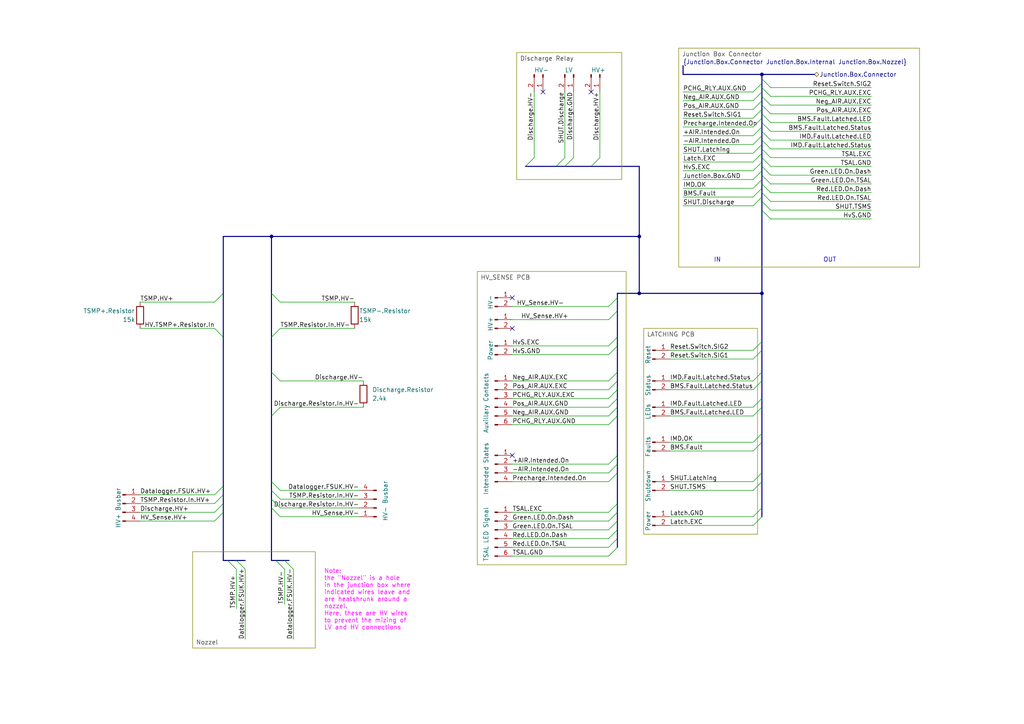
<source format=kicad_sch>
(kicad_sch (version 20230121) (generator eeschema)
  (paper "A4")
  (lib_symbols
    (symbol "Connector:Conn_01x02_Pin" (pin_names (offset 1.016) hide)
      (property "Reference" "J" (at 0 2.54 0))
      (property "Value" "Conn_01x02_Pin" (at 0 -5.08 0))
      (symbol "Conn_01x02_Pin_1_1"
        (polyline (pts (xy 1.27 -2.54) (xy 0.8636 -2.54)) (stroke (width 0.1524)))
        (polyline (pts (xy 1.27 0) (xy 0.8636 0)) (stroke (width 0.1524)))
        (rectangle (start 0.8636 -2.413) (end 0 -2.667) (stroke (width 0.1524)) (fill (type outline)))
        (rectangle (start 0.8636 0.127) (end 0 -0.127) (stroke (width 0.1524)) (fill (type outline)))
        (pin passive line (at 5.08 0 180) (length 3.81) (name "Pin_1") (number "1"))
        (pin passive line (at 5.08 -2.54 180) (length 3.81) (name "Pin_2") (number "2"))
      )
    )
    (symbol "Connector:Conn_01x04_Pin" (pin_names (offset 1.016) hide)
      (property "Reference" "J" (at 0 5.08 0))
      (property "Value" "Conn_01x04_Pin" (at 0 -7.62 0))
      (symbol "Conn_01x04_Pin_1_1"
        (polyline (pts (xy 1.27 -5.08) (xy 0.8636 -5.08)) (stroke (width 0.1524)))
        (polyline (pts (xy 1.27 -2.54) (xy 0.8636 -2.54)) (stroke (width 0.1524)))
        (polyline (pts (xy 1.27 0) (xy 0.8636 0)) (stroke (width 0.1524)))
        (polyline (pts (xy 1.27 2.54) (xy 0.8636 2.54)) (stroke (width 0.1524)))
        (rectangle (start 0.8636 -4.953) (end 0 -5.207) (stroke (width 0.1524)) (fill (type outline)))
        (rectangle (start 0.8636 -2.413) (end 0 -2.667) (stroke (width 0.1524)) (fill (type outline)))
        (rectangle (start 0.8636 0.127) (end 0 -0.127) (stroke (width 0.1524)) (fill (type outline)))
        (rectangle (start 0.8636 2.667) (end 0 2.413) (stroke (width 0.1524)) (fill (type outline)))
        (pin passive line (at 5.08 2.54 180) (length 3.81) (name "Pin_1") (number "1"))
        (pin passive line (at 5.08 0 180) (length 3.81) (name "Pin_2") (number "2"))
        (pin passive line (at 5.08 -2.54 180) (length 3.81) (name "Pin_3") (number "3"))
        (pin passive line (at 5.08 -5.08 180) (length 3.81) (name "Pin_4") (number "4"))
      )
    )
    (symbol "Connector:Conn_01x06_Pin" (pin_names (offset 1.016) hide)
      (property "Reference" "J" (at 0 7.62 0))
      (property "Value" "Conn_01x06_Pin" (at 0 -10.16 0))
      (symbol "Conn_01x06_Pin_1_1"
        (polyline (pts (xy 1.27 -7.62) (xy 0.8636 -7.62)) (stroke (width 0.1524)))
        (polyline (pts (xy 1.27 -5.08) (xy 0.8636 -5.08)) (stroke (width 0.1524)))
        (polyline (pts (xy 1.27 -2.54) (xy 0.8636 -2.54)) (stroke (width 0.1524)))
        (polyline (pts (xy 1.27 0) (xy 0.8636 0)) (stroke (width 0.1524)))
        (polyline (pts (xy 1.27 2.54) (xy 0.8636 2.54)) (stroke (width 0.1524)))
        (polyline (pts (xy 1.27 5.08) (xy 0.8636 5.08)) (stroke (width 0.1524)))
        (rectangle (start 0.8636 -7.493) (end 0 -7.747) (stroke (width 0.1524)) (fill (type outline)))
        (rectangle (start 0.8636 -4.953) (end 0 -5.207) (stroke (width 0.1524)) (fill (type outline)))
        (rectangle (start 0.8636 -2.413) (end 0 -2.667) (stroke (width 0.1524)) (fill (type outline)))
        (rectangle (start 0.8636 0.127) (end 0 -0.127) (stroke (width 0.1524)) (fill (type outline)))
        (rectangle (start 0.8636 2.667) (end 0 2.413) (stroke (width 0.1524)) (fill (type outline)))
        (rectangle (start 0.8636 5.207) (end 0 4.953) (stroke (width 0.1524)) (fill (type outline)))
        (pin passive line (at 5.08 5.08 180) (length 3.81) (name "Pin_1") (number "1"))
        (pin passive line (at 5.08 2.54 180) (length 3.81) (name "Pin_2") (number "2"))
        (pin passive line (at 5.08 0 180) (length 3.81) (name "Pin_3") (number "3"))
        (pin passive line (at 5.08 -2.54 180) (length 3.81) (name "Pin_4") (number "4"))
        (pin passive line (at 5.08 -5.08 180) (length 3.81) (name "Pin_5") (number "5"))
        (pin passive line (at 5.08 -7.62 180) (length 3.81) (name "Pin_6") (number "6"))
      )
    )
    (symbol "Device:R" (pin_numbers hide) (pin_names (offset 0))
      (property "Reference" "R" (at 2.032 0 90))
      (property "Value" "R" (at 0 0 90))
      (symbol "R_0_1"
        (rectangle (start -1.016 -2.54) (end 1.016 2.54) (stroke (width 0.254)))
      )
      (symbol "R_1_1"
        (pin passive line (at 0 3.81 270) (length 1.27) (name "~") (number "1"))
        (pin passive line (at 0 -3.81 90) (length 1.27) (name "~") (number "2"))
      )
    )
  )
  (junction (at 78.74 68.58))
  (junction (at 220.98 21.59))
  (junction (at 220.98 85.09))
  (junction (at 185.42 68.58))
  (junction (at 185.42 85.09))
  (no_connect (at 148.59 132.08))
  (no_connect (at 148.59 86.36))
  (no_connect (at 148.59 95.25))
  (no_connect (at 157.48 26.67))
  (no_connect (at 171.45 26.67))
  (bus_entry (at 220.98 43.18) (size 2.54 2.54))
  (bus_entry (at 64.77 85.09) (size -2.54 2.54))
  (bus_entry (at 179.07 120.65) (size -2.54 2.54))
  (bus_entry (at 179.07 151.13) (size -2.54 2.54))
  (bus_entry (at 220.98 57.15) (size -2.54 2.54))
  (bus_entry (at 179.07 100.33) (size -2.54 2.54))
  (bus_entry (at 179.07 153.67) (size -2.54 2.54))
  (bus_entry (at 179.07 86.36) (size -2.54 2.54))
  (bus_entry (at 220.98 41.91) (size -2.54 2.54))
  (bus_entry (at 220.98 139.7) (size -2.54 2.54))
  (bus_entry (at 179.07 134.62) (size -2.54 2.54))
  (bus_entry (at 179.07 113.03) (size -2.54 2.54))
  (bus_entry (at 220.98 125.73) (size -2.54 2.54))
  (bus_entry (at 220.98 22.86) (size 2.54 2.54))
  (bus_entry (at 220.98 118.11) (size -2.54 2.54))
  (bus_entry (at 78.74 85.09) (size 2.54 2.54))
  (bus_entry (at 64.77 143.51) (size -2.54 2.54))
  (bus_entry (at 80.01 162.56) (size 2.54 2.54))
  (bus_entry (at 220.98 34.29) (size -2.54 2.54))
  (bus_entry (at 78.74 120.65) (size 2.54 -2.54))
  (bus_entry (at 82.55 162.56) (size 2.54 2.54))
  (bus_entry (at 220.98 44.45) (size -2.54 2.54))
  (bus_entry (at 220.98 149.86) (size -2.54 2.54))
  (bus_entry (at 220.98 29.21) (size -2.54 2.54))
  (bus_entry (at 220.98 107.95) (size -2.54 2.54))
  (bus_entry (at 64.77 148.59) (size -2.54 2.54))
  (bus_entry (at 163.83 48.26) (size 2.54 -2.54))
  (bus_entry (at 220.98 33.02) (size 2.54 2.54))
  (bus_entry (at 220.98 49.53) (size -2.54 2.54))
  (bus_entry (at 220.98 48.26) (size 2.54 2.54))
  (bus_entry (at 179.07 132.08) (size -2.54 2.54))
  (bus_entry (at 179.07 137.16) (size -2.54 2.54))
  (bus_entry (at 179.07 90.17) (size -2.54 2.54))
  (bus_entry (at 179.07 97.79) (size -2.54 2.54))
  (bus_entry (at 220.98 26.67) (size -2.54 2.54))
  (bus_entry (at 218.44 34.29) (size 2.54 -2.54))
  (bus_entry (at 64.77 97.79) (size -2.54 -2.54))
  (bus_entry (at 68.58 162.56) (size 2.54 2.54))
  (bus_entry (at 220.98 27.94) (size 2.54 2.54))
  (bus_entry (at 220.98 99.06) (size -2.54 2.54))
  (bus_entry (at 64.77 140.97) (size -2.54 2.54))
  (bus_entry (at 220.98 50.8) (size 2.54 2.54))
  (bus_entry (at 78.74 147.32) (size 2.54 2.54))
  (bus_entry (at 152.4 48.26) (size 2.54 -2.54))
  (bus_entry (at 179.07 118.11) (size -2.54 2.54))
  (bus_entry (at 64.77 146.05) (size -2.54 2.54))
  (bus_entry (at 220.98 53.34) (size 2.54 2.54))
  (bus_entry (at 220.98 60.96) (size 2.54 2.54))
  (bus_entry (at 220.98 55.88) (size 2.54 2.54))
  (bus_entry (at 179.07 107.95) (size -2.54 2.54))
  (bus_entry (at 179.07 158.75) (size -2.54 2.54))
  (bus_entry (at 220.98 38.1) (size 2.54 2.54))
  (bus_entry (at 220.98 30.48) (size 2.54 2.54))
  (bus_entry (at 220.98 45.72) (size 2.54 2.54))
  (bus_entry (at 220.98 115.57) (size -2.54 2.54))
  (bus_entry (at 220.98 39.37) (size -2.54 2.54))
  (bus_entry (at 220.98 110.49) (size -2.54 2.54))
  (bus_entry (at 179.07 115.57) (size -2.54 2.54))
  (bus_entry (at 220.98 40.64) (size 2.54 2.54))
  (bus_entry (at 220.98 46.99) (size -2.54 2.54))
  (bus_entry (at 220.98 35.56) (size 2.54 2.54))
  (bus_entry (at 220.98 137.16) (size -2.54 2.54))
  (bus_entry (at 78.74 139.7) (size 2.54 2.54))
  (bus_entry (at 220.98 101.6) (size -2.54 2.54))
  (bus_entry (at 78.74 144.78) (size 2.54 2.54))
  (bus_entry (at 220.98 36.83) (size -2.54 2.54))
  (bus_entry (at 220.98 128.27) (size -2.54 2.54))
  (bus_entry (at 179.07 156.21) (size -2.54 2.54))
  (bus_entry (at 171.45 48.26) (size 2.54 -2.54))
  (bus_entry (at 220.98 25.4) (size 2.54 2.54))
  (bus_entry (at 179.07 148.59) (size -2.54 2.54))
  (bus_entry (at 220.98 58.42) (size 2.54 2.54))
  (bus_entry (at 78.74 142.24) (size 2.54 2.54))
  (bus_entry (at 161.29 48.26) (size 2.54 -2.54))
  (bus_entry (at 78.74 97.79) (size 2.54 -2.54))
  (bus_entry (at 78.74 107.95) (size 2.54 2.54))
  (bus_entry (at 220.98 54.61) (size -2.54 2.54))
  (bus_entry (at 220.98 24.13) (size -2.54 2.54))
  (bus_entry (at 179.07 110.49) (size -2.54 2.54))
  (bus_entry (at 220.98 52.07) (size -2.54 2.54))
  (bus_entry (at 179.07 146.05) (size -2.54 2.54))
  (bus_entry (at 220.98 147.32) (size -2.54 2.54))
  (bus_entry (at 66.04 162.56) (size 2.54 2.54))
  (wire (pts (xy 223.52 50.8) (xy 252.73 50.8)))
  (bus (pts (xy 220.98 21.59) (xy 236.22 21.59)))
  (bus (pts (xy 78.74 85.09) (xy 78.74 97.79)))
  (wire (pts (xy 194.31 142.24) (xy 218.44 142.24)))
  (wire (pts (xy 252.73 27.94) (xy 223.52 27.94)))
  (bus (pts (xy 185.42 85.09) (xy 220.98 85.09)))
  (wire (pts (xy 148.59 137.16) (xy 176.53 137.16)))
  (wire (pts (xy 194.31 130.81) (xy 218.44 130.81)))
  (wire (pts (xy 198.12 44.45) (xy 218.44 44.45)))
  (wire (pts (xy 223.52 55.88) (xy 252.73 55.88)))
  (wire (pts (xy 173.99 26.67) (xy 173.99 45.72)))
  (bus (pts (xy 163.83 48.26) (xy 171.45 48.26)))
  (bus (pts (xy 220.98 39.37) (xy 220.98 40.64)))
  (bus (pts (xy 198.12 19.05) (xy 198.12 21.59)))
  (wire (pts (xy 252.73 33.02) (xy 223.52 33.02)))
  (bus (pts (xy 220.98 137.16) (xy 220.98 139.7)))
  (wire (pts (xy 194.31 152.4) (xy 218.44 152.4)))
  (bus (pts (xy 82.55 162.56) (xy 83.82 162.56)))
  (wire (pts (xy 148.59 118.11) (xy 176.53 118.11)))
  (bus (pts (xy 220.98 33.02) (xy 220.98 34.29)))
  (wire (pts (xy 148.59 88.9) (xy 176.53 88.9)))
  (wire (pts (xy 198.12 59.69) (xy 218.44 59.69)))
  (wire (pts (xy 82.55 165.1) (xy 82.55 175.26)))
  (bus (pts (xy 220.98 35.56) (xy 220.98 36.83)))
  (bus (pts (xy 220.98 147.32) (xy 220.98 149.86)))
  (bus (pts (xy 220.98 38.1) (xy 220.98 39.37)))
  (wire (pts (xy 252.73 30.48) (xy 223.52 30.48)))
  (wire (pts (xy 148.59 100.33) (xy 176.53 100.33)))
  (wire (pts (xy 218.44 29.21) (xy 198.12 29.21)))
  (wire (pts (xy 40.64 87.63) (xy 62.23 87.63)))
  (bus (pts (xy 220.98 99.06) (xy 220.98 101.6)))
  (wire (pts (xy 40.64 95.25) (xy 62.23 95.25)))
  (wire (pts (xy 223.52 48.26) (xy 252.73 48.26)))
  (bus (pts (xy 179.07 90.17) (xy 179.07 97.79)))
  (bus (pts (xy 220.98 125.73) (xy 220.98 128.27)))
  (wire (pts (xy 166.37 26.67) (xy 166.37 45.72)))
  (bus (pts (xy 179.07 118.11) (xy 179.07 120.65)))
  (bus (pts (xy 220.98 107.95) (xy 220.98 110.49)))
  (bus (pts (xy 220.98 45.72) (xy 220.98 46.99)))
  (wire (pts (xy 223.52 25.4) (xy 252.73 25.4)))
  (bus (pts (xy 179.07 151.13) (xy 179.07 153.67)))
  (wire (pts (xy 198.12 36.83) (xy 218.44 36.83)))
  (wire (pts (xy 223.52 53.34) (xy 252.73 53.34)))
  (wire (pts (xy 148.59 158.75) (xy 176.53 158.75)))
  (bus (pts (xy 220.98 118.11) (xy 220.98 125.73)))
  (bus (pts (xy 220.98 48.26) (xy 220.98 49.53)))
  (wire (pts (xy 194.31 110.49) (xy 218.44 110.49)))
  (bus (pts (xy 220.98 128.27) (xy 220.98 137.16)))
  (wire (pts (xy 148.59 148.59) (xy 176.53 148.59)))
  (bus (pts (xy 220.98 46.99) (xy 220.98 48.26)))
  (wire (pts (xy 81.28 118.11) (xy 105.41 118.11)))
  (bus (pts (xy 64.77 148.59) (xy 64.77 162.56)))
  (bus (pts (xy 220.98 29.21) (xy 220.98 30.48)))
  (wire (pts (xy 223.52 58.42) (xy 252.73 58.42)))
  (wire (pts (xy 81.28 87.63) (xy 102.87 87.63)))
  (bus (pts (xy 220.98 58.42) (xy 220.98 60.96)))
  (bus (pts (xy 220.98 101.6) (xy 220.98 107.95)))
  (bus (pts (xy 185.42 68.58) (xy 78.74 68.58)))
  (wire (pts (xy 81.28 147.32) (xy 104.14 147.32)))
  (bus (pts (xy 185.42 68.58) (xy 185.42 48.26)))
  (wire (pts (xy 81.28 144.78) (xy 104.14 144.78)))
  (bus (pts (xy 78.74 144.78) (xy 78.74 147.32)))
  (wire (pts (xy 148.59 134.62) (xy 176.53 134.62)))
  (bus (pts (xy 220.98 25.4) (xy 220.98 26.67)))
  (bus (pts (xy 220.98 34.29) (xy 220.98 35.56)))
  (wire (pts (xy 198.12 52.07) (xy 218.44 52.07)))
  (wire (pts (xy 218.44 34.29) (xy 198.12 34.29)))
  (wire (pts (xy 148.59 151.13) (xy 176.53 151.13)))
  (wire (pts (xy 148.59 123.19) (xy 176.53 123.19)))
  (bus (pts (xy 161.29 48.26) (xy 163.83 48.26)))
  (wire (pts (xy 198.12 49.53) (xy 218.44 49.53)))
  (wire (pts (xy 194.31 118.11) (xy 218.44 118.11)))
  (bus (pts (xy 220.98 21.59) (xy 220.98 22.86)))
  (wire (pts (xy 194.31 113.03) (xy 218.44 113.03)))
  (bus (pts (xy 179.07 107.95) (xy 179.07 110.49)))
  (bus (pts (xy 220.98 22.86) (xy 220.98 24.13)))
  (bus (pts (xy 220.98 40.64) (xy 220.98 41.91)))
  (wire (pts (xy 148.59 115.57) (xy 176.53 115.57)))
  (wire (pts (xy 148.59 161.29) (xy 176.53 161.29)))
  (wire (pts (xy 40.64 148.59) (xy 62.23 148.59)))
  (wire (pts (xy 194.31 128.27) (xy 218.44 128.27)))
  (bus (pts (xy 78.74 142.24) (xy 78.74 144.78)))
  (bus (pts (xy 220.98 41.91) (xy 220.98 43.18)))
  (bus (pts (xy 220.98 53.34) (xy 220.98 54.61)))
  (wire (pts (xy 148.59 156.21) (xy 176.53 156.21)))
  (wire (pts (xy 81.28 149.86) (xy 104.14 149.86)))
  (bus (pts (xy 78.74 139.7) (xy 78.74 142.24)))
  (wire (pts (xy 148.59 120.65) (xy 176.53 120.65)))
  (wire (pts (xy 198.12 54.61) (xy 218.44 54.61)))
  (wire (pts (xy 85.09 165.1) (xy 85.09 185.42)))
  (bus (pts (xy 220.98 54.61) (xy 220.98 55.88)))
  (bus (pts (xy 68.58 162.56) (xy 71.12 162.56)))
  (wire (pts (xy 194.31 149.86) (xy 218.44 149.86)))
  (wire (pts (xy 198.12 39.37) (xy 218.44 39.37)))
  (wire (pts (xy 81.28 110.49) (xy 105.41 110.49)))
  (bus (pts (xy 220.98 43.18) (xy 220.98 44.45)))
  (bus (pts (xy 179.07 113.03) (xy 179.07 115.57)))
  (bus (pts (xy 220.98 110.49) (xy 220.98 115.57)))
  (wire (pts (xy 71.12 165.1) (xy 71.12 185.42)))
  (bus (pts (xy 179.07 100.33) (xy 179.07 107.95)))
  (bus (pts (xy 220.98 50.8) (xy 220.98 52.07)))
  (bus (pts (xy 179.07 115.57) (xy 179.07 118.11)))
  (wire (pts (xy 68.58 165.1) (xy 68.58 176.53)))
  (wire (pts (xy 198.12 26.67) (xy 218.44 26.67)))
  (bus (pts (xy 66.04 162.56) (xy 68.58 162.56)))
  (bus (pts (xy 220.98 31.75) (xy 220.98 33.02)))
  (bus (pts (xy 64.77 97.79) (xy 64.77 140.97)))
  (bus (pts (xy 179.07 134.62) (xy 179.07 137.16)))
  (wire (pts (xy 194.31 104.14) (xy 218.44 104.14)))
  (bus (pts (xy 220.98 30.48) (xy 220.98 31.75)))
  (bus (pts (xy 185.42 85.09) (xy 185.42 68.58)))
  (bus (pts (xy 220.98 115.57) (xy 220.98 118.11)))
  (bus (pts (xy 179.07 137.16) (xy 179.07 146.05)))
  (bus (pts (xy 179.07 97.79) (xy 179.07 100.33)))
  (bus (pts (xy 220.98 26.67) (xy 220.98 27.94)))
  (bus (pts (xy 179.07 85.09) (xy 185.42 85.09)))
  (wire (pts (xy 148.59 102.87) (xy 176.53 102.87)))
  (wire (pts (xy 223.52 45.72) (xy 252.73 45.72)))
  (bus (pts (xy 78.74 97.79) (xy 78.74 107.95)))
  (bus (pts (xy 64.77 85.09) (xy 64.77 97.79)))
  (bus (pts (xy 179.07 86.36) (xy 179.07 90.17)))
  (bus (pts (xy 220.98 55.88) (xy 220.98 57.15)))
  (bus (pts (xy 179.07 148.59) (xy 179.07 151.13)))
  (bus (pts (xy 78.74 68.58) (xy 64.77 68.58)))
  (wire (pts (xy 40.64 146.05) (xy 62.23 146.05)))
  (bus (pts (xy 220.98 139.7) (xy 220.98 147.32)))
  (wire (pts (xy 163.83 26.67) (xy 163.83 45.72)))
  (bus (pts (xy 64.77 68.58) (xy 64.77 85.09)))
  (bus (pts (xy 220.98 36.83) (xy 220.98 38.1)))
  (bus (pts (xy 220.98 57.15) (xy 220.98 58.42)))
  (bus (pts (xy 198.12 21.59) (xy 220.98 21.59)))
  (wire (pts (xy 223.52 38.1) (xy 252.73 38.1)))
  (bus (pts (xy 64.77 140.97) (xy 64.77 143.51)))
  (bus (pts (xy 220.98 24.13) (xy 220.98 25.4)))
  (wire (pts (xy 194.31 120.65) (xy 218.44 120.65)))
  (bus (pts (xy 78.74 107.95) (xy 78.74 120.65)))
  (wire (pts (xy 198.12 46.99) (xy 218.44 46.99)))
  (wire (pts (xy 81.28 95.25) (xy 102.87 95.25)))
  (bus (pts (xy 179.07 146.05) (xy 179.07 148.59)))
  (bus (pts (xy 220.98 85.09) (xy 220.98 99.06)))
  (bus (pts (xy 179.07 132.08) (xy 179.07 134.62)))
  (wire (pts (xy 223.52 60.96) (xy 252.73 60.96)))
  (wire (pts (xy 40.64 151.13) (xy 62.23 151.13)))
  (wire (pts (xy 198.12 41.91) (xy 218.44 41.91)))
  (wire (pts (xy 223.52 35.56) (xy 252.73 35.56)))
  (wire (pts (xy 218.44 31.75) (xy 198.12 31.75)))
  (wire (pts (xy 40.64 143.51) (xy 62.23 143.51)))
  (wire (pts (xy 223.52 40.64) (xy 252.73 40.64)))
  (bus (pts (xy 64.77 143.51) (xy 64.77 146.05)))
  (bus (pts (xy 80.01 162.56) (xy 82.55 162.56)))
  (bus (pts (xy 220.98 27.94) (xy 220.98 29.21)))
  (wire (pts (xy 81.28 142.24) (xy 104.14 142.24)))
  (bus (pts (xy 64.77 162.56) (xy 66.04 162.56)))
  (bus (pts (xy 171.45 48.26) (xy 185.42 48.26)))
  (bus (pts (xy 220.98 60.96) (xy 220.98 85.09)))
  (wire (pts (xy 148.59 153.67) (xy 176.53 153.67)))
  (bus (pts (xy 78.74 68.58) (xy 78.74 85.09)))
  (bus (pts (xy 220.98 44.45) (xy 220.98 45.72)))
  (bus (pts (xy 78.74 162.56) (xy 80.01 162.56)))
  (wire (pts (xy 148.59 113.03) (xy 176.53 113.03)))
  (bus (pts (xy 179.07 120.65) (xy 179.07 132.08)))
  (bus (pts (xy 220.98 52.07) (xy 220.98 53.34)))
  (wire (pts (xy 148.59 139.7) (xy 176.53 139.7)))
  (wire (pts (xy 223.52 63.5) (xy 252.73 63.5)))
  (wire (pts (xy 194.31 139.7) (xy 218.44 139.7)))
  (bus (pts (xy 179.07 153.67) (xy 179.07 156.21)))
  (bus (pts (xy 179.07 110.49) (xy 179.07 113.03)))
  (bus (pts (xy 179.07 85.09) (xy 179.07 86.36)))
  (bus (pts (xy 64.77 146.05) (xy 64.77 148.59)))
  (bus (pts (xy 179.07 156.21) (xy 179.07 158.75)))
  (bus (pts (xy 78.74 120.65) (xy 78.74 139.7)))
  (wire (pts (xy 198.12 57.15) (xy 218.44 57.15)))
  (wire (pts (xy 194.31 101.6) (xy 218.44 101.6)))
  (bus (pts (xy 78.74 147.32) (xy 78.74 162.56)))
  (wire (pts (xy 148.59 110.49) (xy 176.53 110.49)))
  (wire (pts (xy 148.59 92.71) (xy 176.53 92.71)))
  (bus (pts (xy 152.4 48.26) (xy 161.29 48.26)))
  (wire (pts (xy 154.94 26.67) (xy 154.94 45.72)))
  (bus (pts (xy 220.98 49.53) (xy 220.98 50.8)))
  (wire (pts (xy 223.52 43.18) (xy 252.73 43.18)))
  (text_box "Nozzel" (at 55.88 160.02 0) (size 35.56 27.94) (stroke (width 0) (color 132 132 0 1)) (effects (font (size 1.27 1.27)) (justify left bottom)))
  (text_box "LATCHING PCB" (at 186.69 95.25 0) (size 33.02 59.69) (stroke (width 0) (color 132 132 0 1)) (effects (font (size 1.27 1.27)) (justify left top)))
  (text_box "Junction Box Connector\n" (at 196.85 13.97 0) (size 69.85 63.5) (stroke (width 0) (color 132 132 0 1)) (effects (font (size 1.27 1.27)) (justify left top)))
  (text_box "Discharge Relay\n" (at 149.86 15.24 0) (size 30.48 36.83) (stroke (width 0) (color 132 132 0 1)) (effects (font (size 1.27 1.27)) (justify left top)))
  (text_box "HV_SENSE PCB\n" (at 138.43 78.74 0) (size 43.18 85.09) (stroke (width 0) (color 132 132 0 1)) (effects (font (size 1.27 1.27)) (justify left top)))
  (text "IN\n" (at 207.01 76.2 0) (effects (font (size 1.27 1.27)) (justify left bottom)))
  (text "Note:\nthe \"Nozzel\" is a hole\nin the junction box where\nindicated wires leave and\nare heatshrunk around a\nnozzel.\nHere, these are HV wires\nto prevent the mizing of\nLV and HV connections" (at 93.98 182.88 0) (effects (font (size 1.27 1.27)) (justify left bottom)))
  (text "OUT\n" (at 238.76 76.2 0) (effects (font (size 1.27 1.27)) (justify left bottom)))
  (label "HvS.GND" (at 252.73 63.5 180))
  (label "PCHG_RLY.AUX.GND" (at 198.12 26.67 0))
  (label "Reset.Switch.SIG2" (at 194.31 101.6 0))
  (label "BMS.Fault.Latched.Status" (at 194.31 113.03 0))
  (label "HV_Sense.HV+" (at 151.13 92.71 0))
  (label "TSAL.EXC" (at 252.73 45.72 180))
  (label "Pos_AIR.AUX.GND" (at 148.59 118.11 0))
  (label "Neg_AIR.AUX.GND" (at 198.12 29.21 0))
  (label "HV.TSMP+.Resistor.In" (at 41.91 95.25 0))
  (label "Pos_AIR.AUX.EXC" (at 252.73 33.02 180))
  (label "Neg_AIR.AUX.GND" (at 148.59 120.65 0))
  (label "IMD.OK" (at 198.12 54.61 0))
  (label "Datalogger.FSUK.HV-" (at 85.09 185.42 90))
  (label "Datalogger.FSUK.HV+" (at 71.12 185.42 90))
  (label "TSAL.GND" (at 252.73 48.26 180))
  (label "IMD.Fault.Latched.Status" (at 252.73 43.18 180))
  (label "Pos_AIR.AUX.GND" (at 198.12 31.75 0))
  (label "Red.LED.On.Dash" (at 148.59 156.21 0))
  (label "TSMP.Resistor.In.HV-" (at 104.14 144.78 180))
  (label "HvS.EXC" (at 198.12 49.53 0))
  (label "TSMP.HV+" (at 68.58 176.53 90))
  (label "Pos_AIR.AUX.EXC" (at 148.59 113.03 0))
  (label "IMD.OK" (at 194.31 128.27 0))
  (label "TSAL.GND" (at 148.59 161.29 0))
  (label "Discharge.HV+" (at 173.99 26.67 270))
  (label "-AIR.Intended.On" (at 198.12 41.91 0))
  (label "Junction.Box.GND" (at 198.12 52.07 0))
  (label "IMD.Fault.Latched.Status" (at 194.31 110.49 0))
  (label "PCHG_RLY.AUX.GND" (at 148.59 123.19 0))
  (label "+AIR.Intended.On" (at 148.59 134.62 0))
  (label "PCHG_RLY.AUX.EXC" (at 148.59 115.57 0))
  (label "HvS.EXC" (at 148.59 100.33 0))
  (label "IMD.Fault.Latched.LED" (at 194.31 118.11 0))
  (label "SHUT.Discharge" (at 163.83 26.67 270))
  (label "IMD.Fault.Latched.LED" (at 252.73 40.64 180))
  (label "TSMP.HV-" (at 102.87 87.63 180))
  (label "Reset.Switch.SIG1" (at 194.31 104.14 0))
  (label "BMS.Fault" (at 198.12 57.15 0))
  (label "TSMP.HV-" (at 82.55 175.26 90))
  (label "Red.LED.On.TSAL" (at 148.59 158.75 0))
  (label "Discharge.Resistor.In.HV-" (at 104.14 147.32 180))
  (label "HV_Sense.HV+" (at 40.64 151.13 0))
  (label "Precharge.Intended.On" (at 198.12 36.83 0))
  (label "SHUT.Latching" (at 194.31 139.7 0))
  (label "SHUT.TSMS" (at 252.73 60.96 180))
  (label "HV_Sense.HV-" (at 104.14 149.86 180))
  (label "Red.LED.On.TSAL" (at 252.73 58.42 180))
  (label "Discharge.HV-" (at 154.94 26.67 270))
  (label "Reset.Switch.SIG2" (at 252.73 25.4 180))
  (label "SHUT.Discharge" (at 198.12 59.69 0))
  (label "Green.LED.On.Dash" (at 148.59 151.13 0))
  (label "Latch.EXC" (at 194.31 152.4 0))
  (label "Green.LED.On.TSAL" (at 148.59 153.67 0))
  (label "Neg_AIR.AUX.EXC" (at 148.59 110.49 0))
  (label "Green.LED.On.TSAL" (at 252.73 53.34 180))
  (label "TSAL.EXC" (at 148.59 148.59 0))
  (label "+AIR.Intended.On" (at 198.12 39.37 0))
  (label "Green.LED.On.Dash" (at 252.73 50.8 180))
  (label "Discharge.Resistor.In.HV-" (at 104.14 118.11 180))
  (label "BMS.Fault.Latched.LED" (at 252.73 35.56 180))
  (label "TSMP.Resistor.In.HV+" (at 40.64 146.05 0))
  (label "{Junction.Box.Connector Junction.Box.Internal Junction.Box.Nozzel}" (at 198.12 19.05 0))
  (label "PCHG_RLY.AUX.EXC" (at 252.73 27.94 180))
  (label "BMS.Fault.Latched.Status" (at 252.73 38.1 180))
  (label "Latch.EXC" (at 198.12 46.99 0))
  (label "SHUT.Latching" (at 198.12 44.45 0))
  (label "BMS.Fault" (at 194.31 130.81 0))
  (label "TSMP.HV+" (at 40.64 87.63 0))
  (label "Latch.GND" (at 194.31 149.86 0))
  (label "HvS.GND" (at 148.59 102.87 0))
  (label "Precharge.Intended.On" (at 148.59 139.7 0))
  (label "HV_Sense.HV-" (at 149.86 88.9 0))
  (label "SHUT.TSMS" (at 194.31 142.24 0))
  (label "Discharge.HV-" (at 105.41 110.49 180))
  (label "Discharge.HV+" (at 40.64 148.59 0))
  (label "Neg_AIR.AUX.EXC" (at 252.73 30.48 180))
  (label "TSMP.Resistor.In.HV-" (at 101.6 95.25 180))
  (label "Reset.Switch.SIG1" (at 198.12 34.29 0))
  (label "Discharge.GND" (at 166.37 26.67 270))
  (label "-AIR.Intended.On" (at 148.59 137.16 0))
  (label "BMS.Fault.Latched.LED" (at 194.31 120.65 0))
  (label "Datalogger.FSUK.HV+" (at 40.64 143.51 0))
  (label "Red.LED.On.Dash" (at 252.73 55.88 180))
  (label "Datalogger.FSUK.HV-" (at 104.14 142.24 180))
  (hierarchical_label "Junction.Box.Connector" (shape bidirectional) (at 236.22 21.59 0))
  (symbol (lib_id "Connector:Conn_01x02_Pin") (at 189.23 110.49 0) (unit 1)
    (property "Reference" "J29" (effects hide))
    (property "Value" "Status" (at 187.96 111.76 90))
  )
  (symbol (lib_id "Connector:Conn_01x02_Pin") (at 173.99 21.59 270) (unit 1)
    (property "Reference" "J38" (effects hide))
    (property "Value" "HV+" (at 171.45 20.32 90) (effects (justify left)))
  )
  (symbol (lib_id "Connector:Conn_01x04_Pin") (at 143.51 134.62 0) (unit 1)
    (property "Reference" "J35" (effects hide))
    (property "Value" "Intended States" (at 140.97 135.89 90))
  )
  (symbol (lib_id "Connector:Conn_01x02_Pin") (at 189.23 118.11 0) (unit 1)
    (property "Reference" "J28" (effects hide))
    (property "Value" "LEDs" (at 187.96 119.38 90))
  )
  (symbol (lib_id "Connector:Conn_01x04_Pin") (at 35.56 146.05 0) (unit 1)
    (property "Reference" "J39" (effects hide))
    (property "Value" "HV+ Busbar" (at 34.29 147.32 90))
  )
  (symbol (lib_id "Connector:Conn_01x02_Pin") (at 143.51 86.36 0) (unit 1)
    (property "Reference" "J91" (effects hide))
    (property "Value" "HV-" (at 142.24 87.63 90))
  )
  (symbol (lib_id "Connector:Conn_01x06_Pin") (at 143.51 153.67 0) (unit 1)
    (property "Reference" "J36" (effects hide))
    (property "Value" "TSAL LED Signal" (at 140.97 154.94 90))
  )
  (symbol (lib_id "Connector:Conn_01x02_Pin") (at 189.23 149.86 0) (unit 1)
    (property "Reference" "J18" (effects hide))
    (property "Value" "Power" (at 187.96 151.13 90))
  )
  (symbol (lib_id "Connector:Conn_01x04_Pin") (at 109.22 147.32 180) (unit 1)
    (property "Reference" "J40" (effects hide))
    (property "Value" "HV- Busbar" (at 111.76 151.13 90) (effects (justify right)))
  )
  (symbol (lib_id "Connector:Conn_01x02_Pin") (at 157.48 21.59 270) (unit 1)
    (property "Reference" "J90" (effects hide))
    (property "Value" "HV-" (at 154.94 20.32 90) (effects (justify left)))
  )
  (symbol (lib_id "Device:R") (at 105.41 114.3 0) (unit 1)
    (property "Reference" "Discharge.Resistor" (at 107.95 113.03 0) (effects (justify left)))
    (property "Value" "2.4k" (at 107.95 115.57 0) (effects (justify left)))
  )
  (symbol (lib_id "Connector:Conn_01x02_Pin") (at 143.51 100.33 0) (unit 1)
    (property "Reference" "J33" (effects hide))
    (property "Value" "Power" (at 142.24 101.6 90))
  )
  (symbol (lib_id "Device:R") (at 40.64 91.44 0) (unit 1)
    (property "Reference" "TSMP+.Resistor" (at 24.13 90.17 0) (effects (justify left)))
    (property "Value" "15k" (at 35.56 92.71 0) (effects (justify left)))
  )
  (symbol (lib_id "Device:R") (at 102.87 91.44 0) (unit 1)
    (property "Reference" "TSMP-.Resistor" (at 104.14 90.17 0) (effects (justify left)))
    (property "Value" "15k" (at 104.14 92.71 0) (effects (justify left)))
  )
  (symbol (lib_id "Connector:Conn_01x02_Pin") (at 189.23 101.6 0) (unit 1)
    (property "Reference" "J30" (effects hide))
    (property "Value" "Reset" (at 187.96 102.87 90))
  )
  (symbol (lib_id "Connector:Conn_01x02_Pin") (at 189.23 128.27 0) (unit 1)
    (property "Reference" "J27" (effects hide))
    (property "Value" "Faults" (at 187.96 129.54 90))
  )
  (symbol (lib_id "Connector:Conn_01x02_Pin") (at 166.37 21.59 270) (unit 1)
    (property "Reference" "J89" (effects hide))
    (property "Value" "LV" (at 163.83 20.32 90) (effects (justify left)))
  )
  (symbol (lib_id "Connector:Conn_01x02_Pin") (at 143.51 92.71 0) (unit 1)
    (property "Reference" "J37" (effects hide))
    (property "Value" "HV+" (at 142.24 93.98 90))
  )
  (symbol (lib_id "Connector:Conn_01x02_Pin") (at 189.23 139.7 0) (unit 1)
    (property "Reference" "J26" (effects hide))
    (property "Value" "Shutdown" (at 187.96 140.97 90))
  )
  (symbol (lib_id "Connector:Conn_01x06_Pin") (at 143.51 115.57 0) (unit 1)
    (property "Reference" "J34" (effects hide))
    (property "Value" "Auxillary Contacts" (at 140.97 116.84 90))
  )
)
</source>
